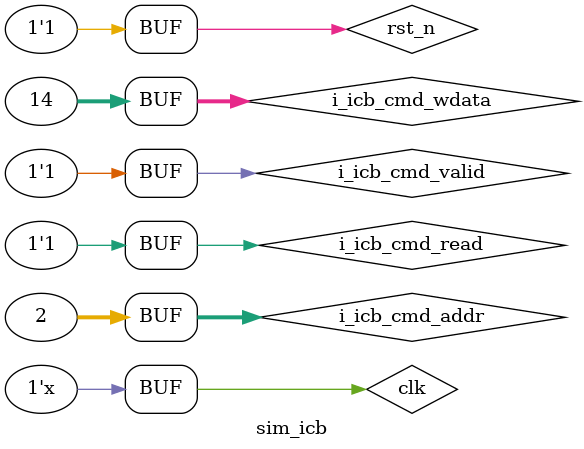
<source format=v>

module sim_icb (

	
);


reg	i_icb_cmd_valid;
wire i_icb_cmd_ready;
reg [31:0] i_icb_cmd_addr; 
reg i_icb_cmd_read; 
reg [31:0] i_icb_cmd_wdata;
	
wire i_icb_rsp_valid;
wire i_icb_rsp_ready;
wire [31:0]	i_icb_rsp_rdata;

reg	clk;
reg	rst_n;



icb_interface sim_icb_interface (

	.i_icb_cmd_valid(i_icb_cmd_valid),
	.i_icb_cmd_ready(i_icb_cmd_ready),
	.i_icb_cmd_addr(i_icb_cmd_addr),
	.i_icb_cmd_read(i_icb_cmd_read),
	.i_icb_cmd_wdata(i_icb_cmd_wdata),

	.i_icb_rsp_valid(i_icb_rsp_valid),
	.i_icb_rsp_ready(i_icb_rsp_ready),
	.i_icb_rsp_rdata(i_icb_rsp_rdata),

	.clk(clk),
	.rst_n(rst_n)

);


assign i_icb_rsp_ready = i_icb_rsp_valid;



always begin
	#10
	clk = ~clk;

end


initial begin
	clk = 1'b0;



	rst_n = 1'b0;

	i_icb_cmd_valid = 'd0;
	i_icb_cmd_addr = 'd0; 
	i_icb_cmd_read = 'd0; 
	i_icb_cmd_wdata = 'd0;

# 100
	rst_n = 1'b1;

# 100	

	i_icb_cmd_valid = 1'b1;
	i_icb_cmd_addr = 5'd8; 
	i_icb_cmd_read = 'd0; 
	i_icb_cmd_wdata = 32'd10;

# 20 

	i_icb_cmd_valid = 1'b1;
	i_icb_cmd_addr = 5'd9; 
	i_icb_cmd_read = 'd0; 
	i_icb_cmd_wdata = 32'd12;

# 20 

	i_icb_cmd_valid = 1'b1;
	i_icb_cmd_addr = 5'd10; 
	i_icb_cmd_read = 'd0; 
	i_icb_cmd_wdata = 32'd14;

# 20 

	i_icb_cmd_valid = 1'b0;
	i_icb_cmd_addr = 5'd11; 
	i_icb_cmd_read = 'd0; 
	i_icb_cmd_wdata = 32'd14;


# 20 

	i_icb_cmd_valid = 1'b1;
	i_icb_cmd_addr = 5'd8; 
	i_icb_cmd_read = 'd1; 

# 20 

	i_icb_cmd_valid = 1'b1;
	i_icb_cmd_addr = 5'd9; 
	i_icb_cmd_read = 'd1; 

# 20 

	i_icb_cmd_valid = 1'b1;
	i_icb_cmd_addr = 5'd2; 
	i_icb_cmd_read = 'd1; 

end


endmodule


</source>
